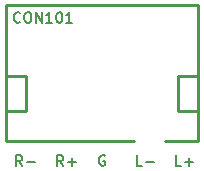
<source format=gto>
G04 #@! TF.FileFunction,Legend,Top*
%FSLAX46Y46*%
G04 Gerber Fmt 4.6, Leading zero omitted, Abs format (unit mm)*
G04 Created by KiCad (PCBNEW 4.0.7) date 04/26/18 14:09:24*
%MOMM*%
%LPD*%
G01*
G04 APERTURE LIST*
%ADD10C,0.100000*%
%ADD11C,0.203200*%
%ADD12C,0.254000*%
G04 APERTURE END LIST*
D10*
D11*
X146424833Y-120902167D02*
X146001500Y-120902167D01*
X146001500Y-120013167D01*
X146721167Y-120563500D02*
X147398500Y-120563500D01*
X147059833Y-120902167D02*
X147059833Y-120224833D01*
X143124833Y-120902167D02*
X142701500Y-120902167D01*
X142701500Y-120013167D01*
X143421167Y-120563500D02*
X144098500Y-120563500D01*
X139932833Y-120055500D02*
X139848167Y-120013167D01*
X139721167Y-120013167D01*
X139594167Y-120055500D01*
X139509500Y-120140167D01*
X139467167Y-120224833D01*
X139424833Y-120394167D01*
X139424833Y-120521167D01*
X139467167Y-120690500D01*
X139509500Y-120775167D01*
X139594167Y-120859833D01*
X139721167Y-120902167D01*
X139805833Y-120902167D01*
X139932833Y-120859833D01*
X139975167Y-120817500D01*
X139975167Y-120521167D01*
X139805833Y-120521167D01*
X136424834Y-120902167D02*
X136128500Y-120478833D01*
X135916834Y-120902167D02*
X135916834Y-120013167D01*
X136255500Y-120013167D01*
X136340167Y-120055500D01*
X136382500Y-120097833D01*
X136424834Y-120182500D01*
X136424834Y-120309500D01*
X136382500Y-120394167D01*
X136340167Y-120436500D01*
X136255500Y-120478833D01*
X135916834Y-120478833D01*
X136805834Y-120563500D02*
X137483167Y-120563500D01*
X137144500Y-120902167D02*
X137144500Y-120224833D01*
X132924834Y-120902167D02*
X132628500Y-120478833D01*
X132416834Y-120902167D02*
X132416834Y-120013167D01*
X132755500Y-120013167D01*
X132840167Y-120055500D01*
X132882500Y-120097833D01*
X132924834Y-120182500D01*
X132924834Y-120309500D01*
X132882500Y-120394167D01*
X132840167Y-120436500D01*
X132755500Y-120478833D01*
X132416834Y-120478833D01*
X133305834Y-120563500D02*
X133983167Y-120563500D01*
D12*
X147800000Y-118800000D02*
X145000000Y-118800000D01*
X131600000Y-118800000D02*
X142400000Y-118800000D01*
X133300000Y-113300000D02*
X133300000Y-116300000D01*
X146100000Y-113300000D02*
X146100000Y-116300000D01*
X147800000Y-116300000D02*
X146100000Y-116300000D01*
X147800000Y-113300000D02*
X146100000Y-113300000D01*
X131600000Y-116300000D02*
X133300000Y-116300000D01*
X131600000Y-113300000D02*
X133300000Y-113300000D01*
X147800000Y-107300000D02*
X147800000Y-118800000D01*
X131600000Y-107300000D02*
X131600000Y-118800000D01*
X131600000Y-107300000D02*
X147800000Y-107300000D01*
D11*
X132773834Y-108717500D02*
X132731500Y-108759833D01*
X132604500Y-108802167D01*
X132519834Y-108802167D01*
X132392834Y-108759833D01*
X132308167Y-108675167D01*
X132265834Y-108590500D01*
X132223500Y-108421167D01*
X132223500Y-108294167D01*
X132265834Y-108124833D01*
X132308167Y-108040167D01*
X132392834Y-107955500D01*
X132519834Y-107913167D01*
X132604500Y-107913167D01*
X132731500Y-107955500D01*
X132773834Y-107997833D01*
X133324167Y-107913167D02*
X133493500Y-107913167D01*
X133578167Y-107955500D01*
X133662834Y-108040167D01*
X133705167Y-108209500D01*
X133705167Y-108505833D01*
X133662834Y-108675167D01*
X133578167Y-108759833D01*
X133493500Y-108802167D01*
X133324167Y-108802167D01*
X133239500Y-108759833D01*
X133154834Y-108675167D01*
X133112500Y-108505833D01*
X133112500Y-108209500D01*
X133154834Y-108040167D01*
X133239500Y-107955500D01*
X133324167Y-107913167D01*
X134086167Y-108802167D02*
X134086167Y-107913167D01*
X134594167Y-108802167D01*
X134594167Y-107913167D01*
X135483166Y-108802167D02*
X134975166Y-108802167D01*
X135229166Y-108802167D02*
X135229166Y-107913167D01*
X135144500Y-108040167D01*
X135059833Y-108124833D01*
X134975166Y-108167167D01*
X136033500Y-107913167D02*
X136118167Y-107913167D01*
X136202833Y-107955500D01*
X136245167Y-107997833D01*
X136287500Y-108082500D01*
X136329833Y-108251833D01*
X136329833Y-108463500D01*
X136287500Y-108632833D01*
X136245167Y-108717500D01*
X136202833Y-108759833D01*
X136118167Y-108802167D01*
X136033500Y-108802167D01*
X135948833Y-108759833D01*
X135906500Y-108717500D01*
X135864167Y-108632833D01*
X135821833Y-108463500D01*
X135821833Y-108251833D01*
X135864167Y-108082500D01*
X135906500Y-107997833D01*
X135948833Y-107955500D01*
X136033500Y-107913167D01*
X137176500Y-108802167D02*
X136668500Y-108802167D01*
X136922500Y-108802167D02*
X136922500Y-107913167D01*
X136837834Y-108040167D01*
X136753167Y-108124833D01*
X136668500Y-108167167D01*
M02*

</source>
